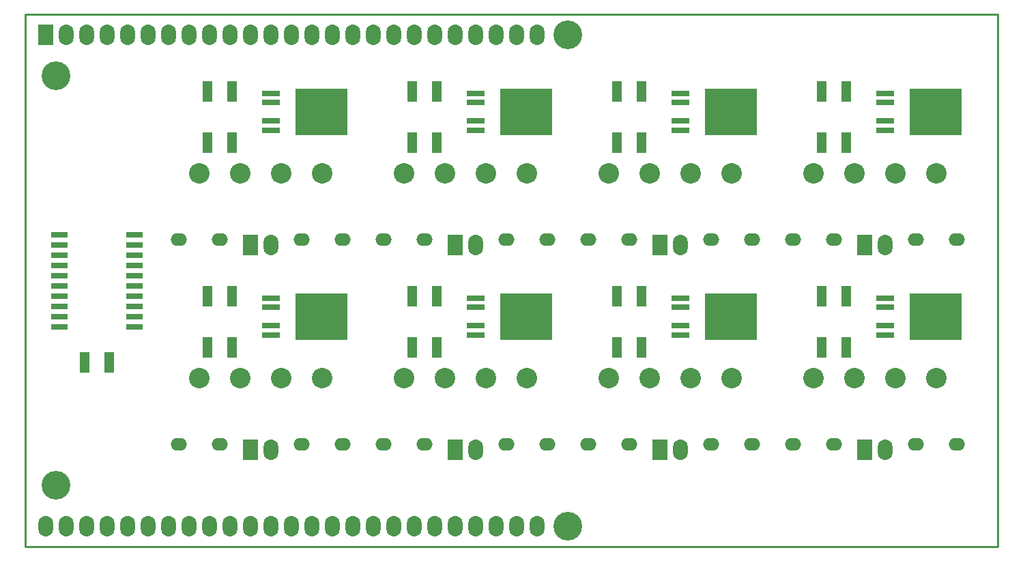
<source format=gbs>
G04 #@! TF.GenerationSoftware,KiCad,Pcbnew,no-vcs-found-7625~57~ubuntu16.04.1*
G04 #@! TF.CreationDate,2017-02-13T10:02:40-05:00*
G04 #@! TF.ProjectId,high_power_switch_controller_5x3,686967685F706F7765725F7377697463,1.0*
G04 #@! TF.FileFunction,Soldermask,Bot*
G04 #@! TF.FilePolarity,Negative*
%FSLAX46Y46*%
G04 Gerber Fmt 4.6, Leading zero omitted, Abs format (unit mm)*
G04 Created by KiCad (PCBNEW no-vcs-found-7625~57~ubuntu16.04.1) date Mon Feb 13 10:02:40 2017*
%MOMM*%
%LPD*%
G01*
G04 APERTURE LIST*
%ADD10C,0.100000*%
%ADD11C,0.228600*%
%ADD12O,2.032000X1.524000*%
%ADD13O,1.854200X2.540000*%
%ADD14R,1.854200X2.540000*%
%ADD15C,3.556000*%
%ADD16R,1.270000X2.540000*%
%ADD17R,2.200000X0.800000*%
%ADD18R,6.400000X5.800000*%
%ADD19C,2.540000*%
%ADD20R,2.140000X0.740000*%
G04 APERTURE END LIST*
D10*
D11*
X190500000Y-72390000D02*
X69850000Y-72390000D01*
X190500000Y-138430000D02*
X190500000Y-72390000D01*
X69850000Y-138430000D02*
X190500000Y-138430000D01*
X69850000Y-72390000D02*
X69850000Y-138430000D01*
D12*
X88900000Y-100330000D03*
X93980000Y-100330000D03*
X114300000Y-100330000D03*
X119380000Y-100330000D03*
X139700000Y-100330000D03*
X144780000Y-100330000D03*
X165100000Y-100330000D03*
X170180000Y-100330000D03*
X88900000Y-125730000D03*
X93980000Y-125730000D03*
X114300000Y-125730000D03*
X119380000Y-125730000D03*
X139700000Y-125730000D03*
X144780000Y-125730000D03*
X165100000Y-125730000D03*
X170180000Y-125730000D03*
D13*
X74930000Y-74930000D03*
X77470000Y-74930000D03*
D14*
X72390000Y-74930000D03*
D13*
X80010000Y-74930000D03*
X82550000Y-74930000D03*
X85090000Y-74930000D03*
X87630000Y-74930000D03*
X90170000Y-74930000D03*
X92710000Y-74930000D03*
X95250000Y-74930000D03*
X97790000Y-74930000D03*
X100330000Y-74930000D03*
X102870000Y-74930000D03*
X105410000Y-74930000D03*
X107950000Y-74930000D03*
X110490000Y-74930000D03*
X110490000Y-135890000D03*
X107950000Y-135890000D03*
X105410000Y-135890000D03*
X102870000Y-135890000D03*
X100330000Y-135890000D03*
X97790000Y-135890000D03*
X95250000Y-135890000D03*
X92710000Y-135890000D03*
X90170000Y-135890000D03*
X87630000Y-135890000D03*
X85090000Y-135890000D03*
X82550000Y-135890000D03*
X80010000Y-135890000D03*
X77470000Y-135890000D03*
X74930000Y-135890000D03*
X72390000Y-135890000D03*
D15*
X73660000Y-80010000D03*
X73660000Y-130810000D03*
X137160000Y-135890000D03*
X137160000Y-74930000D03*
D13*
X113030000Y-135890000D03*
X115570000Y-135890000D03*
X118110000Y-135890000D03*
X120650000Y-135890000D03*
X123190000Y-135890000D03*
X125730000Y-135890000D03*
X128270000Y-135890000D03*
X130810000Y-135890000D03*
X133350000Y-135890000D03*
X113030000Y-74930000D03*
X115570000Y-74930000D03*
X118110000Y-74930000D03*
X120650000Y-74930000D03*
X123190000Y-74930000D03*
X125730000Y-74930000D03*
X128270000Y-74930000D03*
X130810000Y-74930000D03*
X133350000Y-74930000D03*
D16*
X80264000Y-115570000D03*
X77216000Y-115570000D03*
X92456000Y-88265000D03*
X95504000Y-88265000D03*
X117856000Y-88265000D03*
X120904000Y-88265000D03*
X143256000Y-88265000D03*
X146304000Y-88265000D03*
X171704000Y-88265000D03*
X168656000Y-88265000D03*
X92456000Y-113665000D03*
X95504000Y-113665000D03*
X117856000Y-113665000D03*
X120904000Y-113665000D03*
X146304000Y-113665000D03*
X143256000Y-113665000D03*
X171704000Y-113665000D03*
X168656000Y-113665000D03*
D17*
X100330000Y-82175000D03*
X100330000Y-83315000D03*
X100330000Y-85595000D03*
X100330000Y-86735000D03*
D18*
X106630000Y-84455000D03*
X132030000Y-84455000D03*
D17*
X125730000Y-86735000D03*
X125730000Y-85595000D03*
X125730000Y-83315000D03*
X125730000Y-82175000D03*
D18*
X157430000Y-84455000D03*
D17*
X151130000Y-86735000D03*
X151130000Y-85595000D03*
X151130000Y-83315000D03*
X151130000Y-82175000D03*
X176530000Y-82175000D03*
X176530000Y-83315000D03*
X176530000Y-85595000D03*
X176530000Y-86735000D03*
D18*
X182830000Y-84455000D03*
D17*
X100330000Y-107575000D03*
X100330000Y-108715000D03*
X100330000Y-110995000D03*
X100330000Y-112135000D03*
D18*
X106630000Y-109855000D03*
X132030000Y-109855000D03*
D17*
X125730000Y-112135000D03*
X125730000Y-110995000D03*
X125730000Y-108715000D03*
X125730000Y-107575000D03*
X151130000Y-107575000D03*
X151130000Y-108715000D03*
X151130000Y-110995000D03*
X151130000Y-112135000D03*
D18*
X157430000Y-109855000D03*
X182830000Y-109855000D03*
D17*
X176530000Y-112135000D03*
X176530000Y-110995000D03*
X176530000Y-108715000D03*
X176530000Y-107575000D03*
D16*
X95504000Y-81915000D03*
X92456000Y-81915000D03*
X120904000Y-81915000D03*
X117856000Y-81915000D03*
X146304000Y-81915000D03*
X143256000Y-81915000D03*
X171704000Y-81915000D03*
X168656000Y-81915000D03*
X92456000Y-107315000D03*
X95504000Y-107315000D03*
X117856000Y-107315000D03*
X120904000Y-107315000D03*
X143256000Y-107315000D03*
X146304000Y-107315000D03*
X171704000Y-107315000D03*
X168656000Y-107315000D03*
D19*
X132080000Y-92075000D03*
X116840000Y-92075000D03*
X121920000Y-92075000D03*
X127000000Y-92075000D03*
X182880000Y-92075000D03*
X167640000Y-92075000D03*
X172720000Y-92075000D03*
X177800000Y-92075000D03*
X132080000Y-117475000D03*
X116840000Y-117475000D03*
X121920000Y-117475000D03*
X127000000Y-117475000D03*
X177800000Y-117475000D03*
X172720000Y-117475000D03*
X167640000Y-117475000D03*
X182880000Y-117475000D03*
D20*
X74090000Y-99695000D03*
X74090000Y-100965000D03*
X74090000Y-102235000D03*
X74090000Y-103505000D03*
X74090000Y-104775000D03*
X74090000Y-106045000D03*
X74090000Y-107315000D03*
X74090000Y-108585000D03*
X74090000Y-109855000D03*
X74090000Y-111125000D03*
X83390000Y-111125000D03*
X83390000Y-109855000D03*
X83390000Y-108585000D03*
X83390000Y-107315000D03*
X83390000Y-106045000D03*
X83390000Y-104775000D03*
X83390000Y-103505000D03*
X83390000Y-102235000D03*
X83390000Y-100965000D03*
X83390000Y-99695000D03*
D14*
X97790000Y-100965000D03*
D13*
X100330000Y-100965000D03*
X125730000Y-100965000D03*
D14*
X123190000Y-100965000D03*
X148590000Y-100965000D03*
D13*
X151130000Y-100965000D03*
X176530000Y-100965000D03*
D14*
X173990000Y-100965000D03*
D13*
X100330000Y-126365000D03*
D14*
X97790000Y-126365000D03*
X123190000Y-126365000D03*
D13*
X125730000Y-126365000D03*
X151130000Y-126365000D03*
D14*
X148590000Y-126365000D03*
X173990000Y-126365000D03*
D13*
X176530000Y-126365000D03*
D19*
X106680000Y-92075000D03*
X91440000Y-92075000D03*
X96520000Y-92075000D03*
X101600000Y-92075000D03*
X152400000Y-92075000D03*
X147320000Y-92075000D03*
X142240000Y-92075000D03*
X157480000Y-92075000D03*
X101600000Y-117475000D03*
X96520000Y-117475000D03*
X91440000Y-117475000D03*
X106680000Y-117475000D03*
X157480000Y-117475000D03*
X142240000Y-117475000D03*
X147320000Y-117475000D03*
X152400000Y-117475000D03*
D12*
X104140000Y-100330000D03*
X109220000Y-100330000D03*
X134620000Y-100330000D03*
X129540000Y-100330000D03*
X160020000Y-100330000D03*
X154940000Y-100330000D03*
X180340000Y-100330000D03*
X185420000Y-100330000D03*
X109220000Y-125730000D03*
X104140000Y-125730000D03*
X129540000Y-125730000D03*
X134620000Y-125730000D03*
X160020000Y-125730000D03*
X154940000Y-125730000D03*
X180340000Y-125730000D03*
X185420000Y-125730000D03*
M02*

</source>
